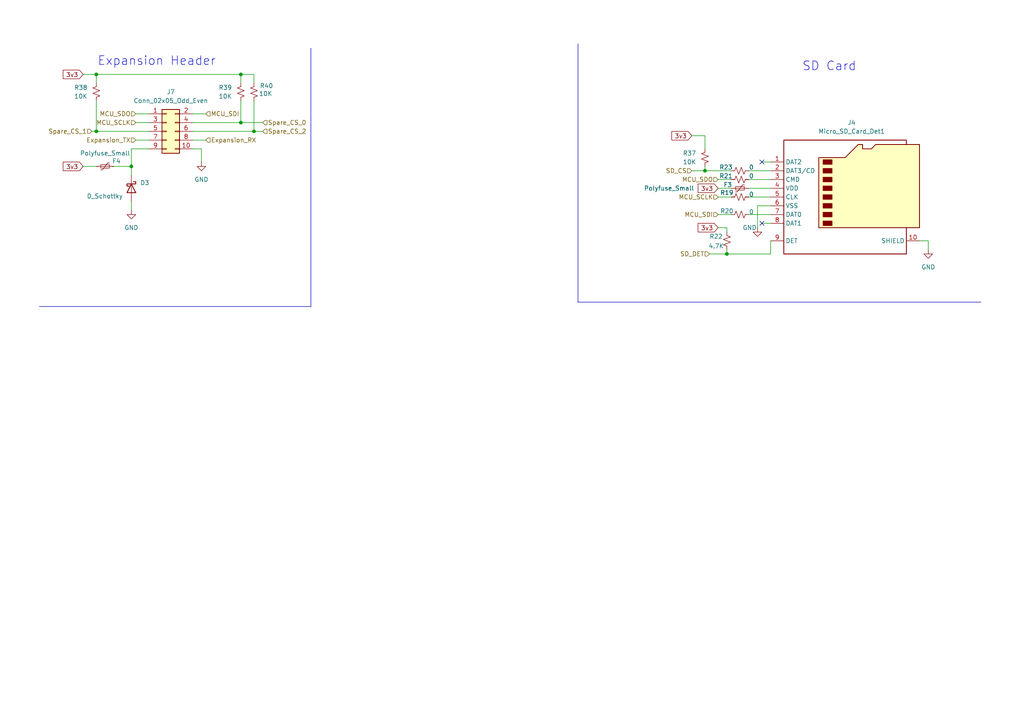
<source format=kicad_sch>
(kicad_sch (version 20231120) (generator "eeschema") (generator_version "8.0")
  (paper "A4")
  (lib_symbols
    (symbol "Connector:Micro_SD_Card_Det1"
      (property "Reference" "J" (at -16.51 17.78 0))
      (property "Value" "Micro_SD_Card_Det1" (at 16.51 17.78 0))
      (symbol "Micro_SD_Card_Det1_0_1"
        (rectangle (start -7.62 -6.985) (end -5.08 -8.255) (stroke (width 0.254)) (fill (type outline)))
        (rectangle (start -7.62 -4.445) (end -5.08 -5.715) (stroke (width 0.254)) (fill (type outline)))
        (rectangle (start -7.62 -1.905) (end -5.08 -3.175) (stroke (width 0.254)) (fill (type outline)))
        (rectangle (start -7.62 0.635) (end -5.08 -0.635) (stroke (width 0.254)) (fill (type outline)))
        (rectangle (start -7.62 3.175) (end -5.08 1.905) (stroke (width 0.254)) (fill (type outline)))
        (rectangle (start -7.62 5.715) (end -5.08 4.445) (stroke (width 0.254)) (fill (type outline)))
        (rectangle (start -7.62 8.255) (end -5.08 6.985) (stroke (width 0.254)) (fill (type outline)))
        (rectangle (start -7.62 10.795) (end -5.08 9.525) (stroke (width 0.254)) (fill (type outline)))
        (polyline (pts (xy 16.51 15.24) (xy 16.51 16.51) (xy -19.05 16.51) (xy -19.05 -16.51) (xy 16.51 -16.51) (xy 16.51 -8.89)) (stroke (width 0.254)))
        (polyline (pts (xy -8.89 -8.89) (xy -8.89 11.43) (xy -1.27 11.43) (xy 2.54 15.24) (xy 3.81 15.24) (xy 3.81 13.97) (xy 6.35 13.97) (xy 7.62 15.24) (xy 20.32 15.24) (xy 20.32 -8.89) (xy -8.89 -8.89)) (stroke (width 0.254)) (fill (type background)))
      )
      (symbol "Micro_SD_Card_Det1_1_1"
        (pin bidirectional line (at -22.86 10.16 0) (length 3.81) (name "DAT2") (number "1"))
        (pin passive line (at 20.32 -12.7 180) (length 3.81) (name "SHIELD") (number "10"))
        (pin bidirectional line (at -22.86 7.62 0) (length 3.81) (name "DAT3/CD") (number "2"))
        (pin input line (at -22.86 5.08 0) (length 3.81) (name "CMD") (number "3"))
        (pin power_in line (at -22.86 2.54 0) (length 3.81) (name "VDD") (number "4"))
        (pin input line (at -22.86 0 0) (length 3.81) (name "CLK") (number "5"))
        (pin power_in line (at -22.86 -2.54 0) (length 3.81) (name "VSS") (number "6"))
        (pin bidirectional line (at -22.86 -5.08 0) (length 3.81) (name "DAT0") (number "7"))
        (pin bidirectional line (at -22.86 -7.62 0) (length 3.81) (name "DAT1") (number "8"))
        (pin passive line (at -22.86 -12.7 0) (length 3.81) (name "DET") (number "9"))
      )
    )
    (symbol "Connector_Generic:Conn_02x05_Odd_Even" (pin_names (offset 1.016) hide)
      (property "Reference" "J" (at 1.27 7.62 0))
      (property "Value" "Conn_02x05_Odd_Even" (at 1.27 -7.62 0))
      (symbol "Conn_02x05_Odd_Even_1_1"
        (rectangle (start -1.27 -4.953) (end 0 -5.207) (stroke (width 0.1524)))
        (rectangle (start -1.27 -2.413) (end 0 -2.667) (stroke (width 0.1524)))
        (rectangle (start -1.27 0.127) (end 0 -0.127) (stroke (width 0.1524)))
        (rectangle (start -1.27 2.667) (end 0 2.413) (stroke (width 0.1524)))
        (rectangle (start -1.27 5.207) (end 0 4.953) (stroke (width 0.1524)))
        (rectangle (start -1.27 6.35) (end 3.81 -6.35) (stroke (width 0.254)) (fill (type background)))
        (rectangle (start 3.81 -4.953) (end 2.54 -5.207) (stroke (width 0.1524)))
        (rectangle (start 3.81 -2.413) (end 2.54 -2.667) (stroke (width 0.1524)))
        (rectangle (start 3.81 0.127) (end 2.54 -0.127) (stroke (width 0.1524)))
        (rectangle (start 3.81 2.667) (end 2.54 2.413) (stroke (width 0.1524)))
        (rectangle (start 3.81 5.207) (end 2.54 4.953) (stroke (width 0.1524)))
        (pin passive line (at -5.08 5.08 0) (length 3.81) (name "Pin_1") (number "1"))
        (pin passive line (at 7.62 -5.08 180) (length 3.81) (name "Pin_10") (number "10"))
        (pin passive line (at 7.62 5.08 180) (length 3.81) (name "Pin_2") (number "2"))
        (pin passive line (at -5.08 2.54 0) (length 3.81) (name "Pin_3") (number "3"))
        (pin passive line (at 7.62 2.54 180) (length 3.81) (name "Pin_4") (number "4"))
        (pin passive line (at -5.08 0 0) (length 3.81) (name "Pin_5") (number "5"))
        (pin passive line (at 7.62 0 180) (length 3.81) (name "Pin_6") (number "6"))
        (pin passive line (at -5.08 -2.54 0) (length 3.81) (name "Pin_7") (number "7"))
        (pin passive line (at 7.62 -2.54 180) (length 3.81) (name "Pin_8") (number "8"))
        (pin passive line (at -5.08 -5.08 0) (length 3.81) (name "Pin_9") (number "9"))
      )
    )
    (symbol "Device:D_Schottky" (pin_numbers hide) (pin_names (offset 1.016) hide)
      (property "Reference" "D" (at 0 2.54 0))
      (property "Value" "D_Schottky" (at 0 -2.54 0))
      (symbol "D_Schottky_0_1"
        (polyline (pts (xy 1.27 0) (xy -1.27 0)))
        (polyline (pts (xy 1.27 1.27) (xy 1.27 -1.27) (xy -1.27 0) (xy 1.27 1.27)) (stroke (width 0.254)))
        (polyline (pts (xy -1.905 0.635) (xy -1.905 1.27) (xy -1.27 1.27) (xy -1.27 -1.27) (xy -0.635 -1.27) (xy -0.635 -0.635)) (stroke (width 0.254)))
      )
      (symbol "D_Schottky_1_1"
        (pin passive line (at -3.81 0 0) (length 2.54) (name "K") (number "1"))
        (pin passive line (at 3.81 0 180) (length 2.54) (name "A") (number "2"))
      )
    )
    (symbol "Device:Polyfuse_Small" (pin_numbers hide) (pin_names (offset 0))
      (property "Reference" "F" (at -1.905 0 90))
      (property "Value" "Polyfuse_Small" (at 1.905 0 90))
      (symbol "Polyfuse_Small_0_1"
        (rectangle (start -0.508 1.27) (end 0.508 -1.27))
        (polyline (pts (xy 0 2.54) (xy 0 -2.54)))
        (polyline (pts (xy -1.016 1.27) (xy -1.016 0.762) (xy 1.016 -0.762) (xy 1.016 -1.27)))
      )
      (symbol "Polyfuse_Small_1_1"
        (pin passive line (at 0 2.54 270) (length 0.635) (name "~") (number "1"))
        (pin passive line (at 0 -2.54 90) (length 0.635) (name "~") (number "2"))
      )
    )
    (symbol "Device:R_Small_US" (pin_numbers hide) (pin_names (offset 0.254) hide)
      (property "Reference" "R" (at 0.762 0.508 0))
      (property "Value" "R_Small_US" (at 0.762 -1.016 0))
      (symbol "R_Small_US_1_1"
        (polyline (pts (xy 0 0) (xy 1.016 -0.381) (xy 0 -0.762) (xy -1.016 -1.143) (xy 0 -1.524)))
        (polyline (pts (xy 0 1.524) (xy 1.016 1.143) (xy 0 0.762) (xy -1.016 0.381) (xy 0 0)))
        (pin passive line (at 0 2.54 270) (length 1.016) (name "~") (number "1"))
        (pin passive line (at 0 -2.54 90) (length 1.016) (name "~") (number "2"))
      )
    )
    (symbol "power:GND" (power) (pin_numbers hide) (pin_names (offset 0) hide)
      (property "Value" "GND" (at 0 -3.81 0))
      (symbol "GND_0_1"
        (polyline (pts (xy 0 0) (xy 0 -1.27) (xy 1.27 -1.27) (xy 0 -2.54) (xy -1.27 -1.27) (xy 0 -1.27)))
      )
      (symbol "GND_1_1"
        (pin power_in line (at 0 0 270) (length 0) (name "~") (number "1"))
      )
    )
  )
  (junction (at 38.1 48.26))
  (junction (at 69.85 35.56))
  (junction (at 210.82 73.66))
  (junction (at 69.85 21.59))
  (junction (at 204.47 49.53))
  (junction (at 73.66 38.1))
  (junction (at 27.94 38.1))
  (junction (at 27.94 21.59))
  (no_connect (at 220.98 64.77))
  (no_connect (at 220.98 46.99))
  (wire (pts (xy 208.28 52.07) (xy 212.09 52.07)))
  (wire (pts (xy 220.98 64.77) (xy 223.52 64.77)))
  (wire (pts (xy 24.13 48.26) (xy 27.94 48.26)))
  (wire (pts (xy 38.1 50.8) (xy 38.1 48.26)))
  (wire (pts (xy 26.67 38.1) (xy 27.94 38.1)))
  (wire (pts (xy 27.94 21.59) (xy 69.85 21.59)))
  (wire (pts (xy 217.17 62.23) (xy 223.52 62.23)))
  (wire (pts (xy 38.1 48.26) (xy 38.1 43.18)))
  (wire (pts (xy 210.82 72.39) (xy 210.82 73.66)))
  (wire (pts (xy 219.71 66.04) (xy 219.71 59.69)))
  (polyline (pts (xy 11.43 88.9) (xy 90.17 88.9)))
  (wire (pts (xy 55.88 43.18) (xy 58.42 43.18)))
  (wire (pts (xy 223.52 69.85) (xy 223.52 73.66)))
  (wire (pts (xy 27.94 29.21) (xy 27.94 38.1)))
  (wire (pts (xy 69.85 35.56) (xy 76.2 35.56)))
  (wire (pts (xy 220.98 46.99) (xy 223.52 46.99)))
  (wire (pts (xy 269.24 72.39) (xy 269.24 69.85)))
  (wire (pts (xy 55.88 33.02) (xy 59.69 33.02)))
  (wire (pts (xy 27.94 24.13) (xy 27.94 21.59)))
  (wire (pts (xy 200.66 49.53) (xy 204.47 49.53)))
  (wire (pts (xy 208.28 54.61) (xy 212.09 54.61)))
  (wire (pts (xy 39.37 35.56) (xy 43.18 35.56)))
  (wire (pts (xy 38.1 58.42) (xy 38.1 60.96)))
  (wire (pts (xy 55.88 35.56) (xy 69.85 35.56)))
  (wire (pts (xy 204.47 48.26) (xy 204.47 49.53)))
  (wire (pts (xy 24.13 21.59) (xy 27.94 21.59)))
  (wire (pts (xy 204.47 49.53) (xy 212.09 49.53)))
  (wire (pts (xy 39.37 40.64) (xy 43.18 40.64)))
  (wire (pts (xy 38.1 43.18) (xy 43.18 43.18)))
  (wire (pts (xy 217.17 57.15) (xy 223.52 57.15)))
  (wire (pts (xy 217.17 49.53) (xy 223.52 49.53)))
  (wire (pts (xy 200.66 39.37) (xy 204.47 39.37)))
  (wire (pts (xy 33.02 48.26) (xy 38.1 48.26)))
  (wire (pts (xy 205.74 73.66) (xy 210.82 73.66)))
  (wire (pts (xy 269.24 69.85) (xy 266.7 69.85)))
  (wire (pts (xy 210.82 73.66) (xy 223.52 73.66)))
  (wire (pts (xy 208.28 57.15) (xy 212.09 57.15)))
  (polyline (pts (xy 284.48 87.63) (xy 167.64 87.63)))
  (wire (pts (xy 73.66 21.59) (xy 73.66 24.13)))
  (wire (pts (xy 208.28 62.23) (xy 212.09 62.23)))
  (wire (pts (xy 73.66 38.1) (xy 76.2 38.1)))
  (wire (pts (xy 219.71 59.69) (xy 223.52 59.69)))
  (wire (pts (xy 204.47 43.18) (xy 204.47 39.37)))
  (wire (pts (xy 55.88 38.1) (xy 73.66 38.1)))
  (polyline (pts (xy 90.17 13.97) (xy 90.17 88.9)))
  (wire (pts (xy 55.88 40.64) (xy 59.69 40.64)))
  (wire (pts (xy 69.85 29.21) (xy 69.85 35.56)))
  (wire (pts (xy 69.85 21.59) (xy 73.66 21.59)))
  (wire (pts (xy 210.82 66.04) (xy 208.28 66.04)))
  (wire (pts (xy 69.85 21.59) (xy 69.85 24.13)))
  (wire (pts (xy 73.66 29.21) (xy 73.66 38.1)))
  (polyline (pts (xy 167.64 12.7) (xy 167.64 87.63)))
  (wire (pts (xy 58.42 43.18) (xy 58.42 46.99)))
  (wire (pts (xy 217.17 52.07) (xy 223.52 52.07)))
  (wire (pts (xy 210.82 66.04) (xy 210.82 67.31)))
  (wire (pts (xy 27.94 38.1) (xy 43.18 38.1)))
  (wire (pts (xy 39.37 33.02) (xy 43.18 33.02)))
  (wire (pts (xy 217.17 54.61) (xy 223.52 54.61)))
  (text "Expansion Header" (at 45.466 17.78 0) (effects (font (size 2.54 2.54))))
  (text "SD Card" (at 240.538 19.304 0) (effects (font (size 2.54 2.54))))
  (global_label "3v3" (shape input) (at 24.13 21.59 180) (property "Intersheetrefs" "${INTERSHEET_REFS}" (effects (hide yes))))
  (global_label "3v3" (shape input) (at 24.13 48.26 180) (property "Intersheetrefs" "${INTERSHEET_REFS}" (effects (hide yes))))
  (global_label "3v3" (shape input) (at 200.66 39.37 180) (property "Intersheetrefs" "${INTERSHEET_REFS}" (effects (hide yes))))
  (global_label "3v3" (shape input) (at 208.28 54.61 180) (property "Intersheetrefs" "${INTERSHEET_REFS}" (effects (hide yes))))
  (global_label "3v3" (shape input) (at 208.28 66.04 180) (property "Intersheetrefs" "${INTERSHEET_REFS}" (effects (hide yes))))
  (hierarchical_label "Spare_CS_1" (shape input) (at 26.67 38.1 180))
  (hierarchical_label "SD_DET" (shape input) (at 205.74 73.66 180))
  (hierarchical_label "MCU_SDI" (shape input) (at 208.28 62.23 180))
  (hierarchical_label "MCU_SDO" (shape input) (at 208.28 52.07 180))
  (hierarchical_label "Expansion_RX" (shape input) (at 59.69 40.64 0))
  (hierarchical_label "MCU_SCLK" (shape input) (at 208.28 57.15 180))
  (hierarchical_label "SD_CS" (shape input) (at 200.66 49.53 180))
  (hierarchical_label "Spare_CS_2" (shape input) (at 76.2 38.1 0))
  (hierarchical_label "Spare_CS_0" (shape input) (at 76.2 35.56 0))
  (hierarchical_label "MCU_SDO" (shape input) (at 39.37 33.02 180))
  (hierarchical_label "Expansion_TX" (shape input) (at 39.37 40.64 180))
  (hierarchical_label "MCU_SCLK" (shape input) (at 39.37 35.56 180))
  (hierarchical_label "MCU_SDI" (shape input) (at 59.69 33.02 0))
  (symbol (lib_id "Connector:Micro_SD_Card_Det1") (at 246.38 57.15 0) (unit 1)
    (property "Reference" "J4" (at 247.015 35.56 0))
    (property "Value" "Micro_SD_Card_Det1" (at 247.015 38.1 0))
    (property "Datasheet" "https://datasheet.lcsc.com/lcsc/2110151630_XKB-Connectivity-XKTF-015-N_C381082.pdf" (effects (hide yes)))
    (property "Description" "Micro SD Card Socket with one card detection pin" (effects (hide yes)))
  )
  (symbol (lib_id "Device:R_Small_US") (at 210.82 69.85 0) (unit 1)
    (property "Reference" "R22" (at 205.74 68.58 0) (effects (justify left)))
    (property "Value" "4.7K" (at 205.486 71.374 0) (effects (justify left)))
    (property "Description" "Resistor, small US symbol" (effects (hide yes)))
  )
  (symbol (lib_id "power:GND") (at 38.1 60.96 0) (unit 1)
    (property "Reference" "#PWR023" (effects (hide yes)))
    (property "Value" "GND" (at 38.1 66.04 0))
    (property "Description" "Power symbol creates a global label with name \"GND\" , ground" (effects (hide yes)))
  )
  (symbol (lib_id "Device:R_Small_US") (at 214.63 62.23 90) (unit 1)
    (property "Reference" "R20" (at 210.82 61.214 90))
    (property "Value" "0" (at 217.932 61.468 90))
    (property "Description" "Resistor, small US symbol" (effects (hide yes)))
  )
  (symbol (lib_id "Device:D_Schottky") (at 38.1 54.61 270) (unit 1)
    (property "Reference" "D3" (at 40.64 53.0224 90) (effects (justify left)))
    (property "Value" "D_Schottky" (at 25.146 56.896 90) (effects (justify left)))
    (property "Description" "Schottky diode" (effects (hide yes)))
  )
  (symbol (lib_id "power:GND") (at 269.24 72.39 0) (unit 1)
    (property "Reference" "#PWR020" (effects (hide yes)))
    (property "Value" "GND" (at 269.24 77.47 0))
    (property "Description" "Power symbol creates a global label with name \"GND\" , ground" (effects (hide yes)))
  )
  (symbol (lib_id "Device:R_Small_US") (at 214.63 49.53 90) (unit 1)
    (property "Reference" "R23" (at 210.566 48.514 90))
    (property "Value" "0" (at 217.932 48.514 90))
    (property "Description" "Resistor, small US symbol" (effects (hide yes)))
  )
  (symbol (lib_id "Device:R_Small_US") (at 73.66 26.67 0) (mirror y) (unit 1)
    (property "Reference" "R40" (at 79.248 24.892 0) (effects (justify left)))
    (property "Value" "10K" (at 78.994 27.178 0) (effects (justify left)))
    (property "Description" "Resistor, small US symbol" (effects (hide yes)))
  )
  (symbol (lib_id "Device:Polyfuse_Small") (at 30.48 48.26 90) (unit 1)
    (property "Reference" "F4" (at 33.782 46.736 90))
    (property "Value" "Polyfuse_Small" (at 30.48 44.45 90))
    (property "Description" "Resettable fuse, polymeric positive temperature coefficient, small symbol" (effects (hide yes)))
  )
  (symbol (lib_id "Device:Polyfuse_Small") (at 214.63 54.61 90) (unit 1)
    (property "Reference" "F3" (at 211.074 53.594 90))
    (property "Value" "Polyfuse_Small" (at 194.056 54.61 90))
    (property "Description" "Resettable fuse, polymeric positive temperature coefficient, small symbol" (effects (hide yes)))
  )
  (symbol (lib_id "Device:R_Small_US") (at 214.63 52.07 90) (unit 1)
    (property "Reference" "R21" (at 210.566 51.054 90))
    (property "Value" "0" (at 217.932 51.054 90))
    (property "Description" "Resistor, small US symbol" (effects (hide yes)))
  )
  (symbol (lib_id "power:GND") (at 219.71 66.04 0) (unit 1)
    (property "Reference" "#PWR019" (effects (hide yes)))
    (property "Value" "GND" (at 217.424 66.04 0))
    (property "Description" "Power symbol creates a global label with name \"GND\" , ground" (effects (hide yes)))
  )
  (symbol (lib_id "Device:R_Small_US") (at 69.85 26.67 0) (mirror y) (unit 1)
    (property "Reference" "R39" (at 67.31 25.3999 0) (effects (justify left)))
    (property "Value" "10K" (at 67.31 27.9399 0) (effects (justify left)))
    (property "Description" "Resistor, small US symbol" (effects (hide yes)))
  )
  (symbol (lib_id "Device:R_Small_US") (at 27.94 26.67 0) (mirror y) (unit 1)
    (property "Reference" "R38" (at 25.4 25.3999 0) (effects (justify left)))
    (property "Value" "10K" (at 25.4 27.9399 0) (effects (justify left)))
    (property "Description" "Resistor, small US symbol" (effects (hide yes)))
  )
  (symbol (lib_id "Device:R_Small_US") (at 214.63 57.15 90) (unit 1)
    (property "Reference" "R19" (at 210.82 55.88 90))
    (property "Value" "0" (at 217.932 56.388 90))
    (property "Description" "Resistor, small US symbol" (effects (hide yes)))
  )
  (symbol (lib_id "Connector_Generic:Conn_02x05_Odd_Even") (at 48.26 38.1 0) (unit 1)
    (property "Reference" "J7" (at 49.53 26.67 0))
    (property "Value" "Conn_02x05_Odd_Even" (at 49.53 29.21 0))
    (property "Description" "Generic connector, double row, 02x05, odd/even pin numbering scheme (row 1 odd numbers, row 2 even numbers), script generated (kicad-library-utils/schlib/autogen/connector/)" (effects (hide yes)))
  )
  (symbol (lib_id "Device:R_Small_US") (at 204.47 45.72 0) (mirror y) (unit 1)
    (property "Reference" "R37" (at 201.93 44.4499 0) (effects (justify left)))
    (property "Value" "10K" (at 201.93 46.9899 0) (effects (justify left)))
    (property "Description" "Resistor, small US symbol" (effects (hide yes)))
  )
  (symbol (lib_id "power:GND") (at 58.42 46.99 0) (unit 1)
    (property "Reference" "#PWR024" (effects (hide yes)))
    (property "Value" "GND" (at 58.42 52.07 0))
    (property "Description" "Power symbol creates a global label with name \"GND\" , ground" (effects (hide yes)))
  )
)
</source>
